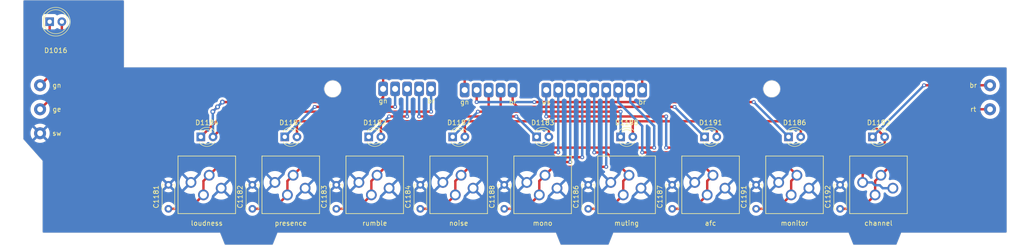
<source format=kicad_pcb>
(kicad_pcb (version 20221018) (generator pcbnew)
  (layers (0 "F.Cu" signal) (31 "B.Cu" signal) (34 "B.Paste" user) (35 "F.Paste" user) (36 "B.SilkS" user "B.Silkscreen") (37 "F.SilkS" user "F.Silkscreen") (38 "B.Mask" user) (39 "F.Mask" user) (44 "Edge.Cuts" user))
  (net 0 "")
  (net 1 "Net-(D1016-K)")
  (net 2 "Net-(D1016-A)")
  (net 3 "Net-(D1181-K)")
  (net 4 "+12V")
  (net 5 "GND")
  (net 6 "sw_loudness")
  (net 7 "sw_presence")
  (net 8 "sw_rumble")
  (net 9 "sw_noise")
  (net 10 "sw_muting")
  (net 11 "sw_afc")
  (net 12 "sw_mono")
  (net 13 "sw_monitor")
  (net 14 "sw_fm_channel")
  (net 15 "Net-(D1182-K)")
  (net 16 "Net-(D1183-K)")
  (net 17 "Net-(D1184-K)")
  (net 18 "Net-(D1186-K)")
  (net 19 "Net-(D1187-K)")
  (net 20 "Net-(D1188-K)")
  (net 21 "Net-(D1191-K)")
  (net 22 "Net-(D1192-K)")
  (footprint "LED_THT:LED_D3.0mm" (layer "F.Cu") (at 57 47)
    (fp_text reference "D1184" (at 1.27 -2.96) (layer "F.SilkS"))
    (fp_text value "LED")
    (fp_line (start -0.29 -1.236) (end -0.29 -1.08) (stroke (width 0.12)) (layer "F.SilkS"))
    (fp_line (start -0.29 1.08) (end -0.29 1.236) (stroke (width 0.12)) (layer "F.SilkS"))
    (fp_arc (start -0.29 -1.235516) (mid 1.366487 -1.987659) (end 2.942335 -1.078608) (stroke (width 0.12)) (layer "F.SilkS"))
    (fp_arc (start 0.229039 -1.08) (mid 1.270117 -1.5) (end 2.31113 -1.079837) (stroke (width 0.12)) (layer "F.SilkS"))
    (fp_arc (start 2.31113 1.079837) (mid 1.270117 1.5) (end 0.229039 1.08) (stroke (width 0.12)) (layer "F.SilkS"))
    (fp_arc (start 2.942335 1.078608) (mid 1.366487 1.987659) (end -0.29 1.235516) (stroke (width 0.12)) (layer "F.SilkS"))
    (pad "1" thru_hole rect (at 0 0) (size 1.8 1.8) (drill 0.9) (layers "*.Cu" "*.Mask") (net 17 "Net-(D1184-K)"))
    (pad "2" thru_hole circle (at 2.54 0) (size 1.8 1.8) (drill 0.9) (layers "*.Cu" "*.Mask") (net 4 "+12V"))
  )
  (footprint "LEDs:LED_D5.0mm" (layer "F.Cu") (at 25.5 23)
    (fp_text reference "D1016" (at 1.27 6) (layer "F.SilkS"))
    (fp_text value "LED")
    (fp_line (start -1.29 -1.545) (end -1.29 1.545) (stroke (width 0.12)) (layer "F.SilkS"))
    (fp_arc (start -1.29 -1.54483) (mid 2.072002 -2.880433) (end 4.26 0.000462) (stroke (width 0.12)) (layer "F.SilkS"))
    (fp_arc (start 4.26 -0.000462) (mid 2.072002 2.880433) (end -1.29 1.54483) (stroke (width 0.12)) (layer "F.SilkS"))
    (fp_circle (center 1.27 0) (end 3.77 0) (stroke (width 0.12)) (fill none) (layer "F.SilkS"))
    (pad "1" thru_hole rect (at 0 0) (size 1.8 1.8) (drill 0.9) (layers "*.Cu" "*.Mask") (net 1 "Net-(D1016-K)"))
    (pad "2" thru_hole circle (at 2.54 0) (size 1.8 1.8) (drill 0.9) (layers "*.Cu" "*.Mask") (net 2 "Net-(D1016-A)"))
  )
  (footprint "LED_THT:LED_D3.0mm" (layer "F.Cu") (at 74.5 47)
    (fp_text reference "D1181" (at 1.27 -2.96) (layer "F.SilkS"))
    (fp_text value "LED")
    (fp_line (start -0.29 -1.236) (end -0.29 -1.08) (stroke (width 0.12)) (layer "F.SilkS"))
    (fp_line (start -0.29 1.08) (end -0.29 1.236) (stroke (width 0.12)) (layer "F.SilkS"))
    (fp_arc (start -0.29 -1.235516) (mid 1.366487 -1.987659) (end 2.942335 -1.078608) (stroke (width 0.12)) (layer "F.SilkS"))
    (fp_arc (start 0.229039 -1.08) (mid 1.270117 -1.5) (end 2.31113 -1.079837) (stroke (width 0.12)) (layer "F.SilkS"))
    (fp_arc (start 2.31113 1.079837) (mid 1.270117 1.5) (end 0.229039 1.08) (stroke (width 0.12)) (layer "F.SilkS"))
    (fp_arc (start 2.942335 1.078608) (mid 1.366487 1.987659) (end -0.29 1.235516) (stroke (width 0.12)) (layer "F.SilkS"))
    (pad "1" thru_hole rect (at 0 0) (size 1.8 1.8) (drill 0.9) (layers "*.Cu" "*.Mask") (net 3 "Net-(D1181-K)"))
    (pad "2" thru_hole circle (at 2.54 0) (size 1.8 1.8) (drill 0.9) (layers "*.Cu" "*.Mask") (net 4 "+12V"))
  )
  (footprint "LED_THT:LED_D3.0mm" (layer "F.Cu") (at 92 47)
    (fp_text reference "D1182" (at 1.27 -2.96) (layer "F.SilkS"))
    (fp_text value "LED")
    (fp_line (start -0.29 -1.236) (end -0.29 -1.08) (stroke (width 0.12)) (layer "F.SilkS"))
    (fp_line (start -0.29 1.08) (end -0.29 1.236) (stroke (width 0.12)) (layer "F.SilkS"))
    (fp_arc (start -0.29 -1.235516) (mid 1.366487 -1.987659) (end 2.942335 -1.078608) (stroke (width 0.12)) (layer "F.SilkS"))
    (fp_arc (start 0.229039 -1.08) (mid 1.270117 -1.5) (end 2.31113 -1.079837) (stroke (width 0.12)) (layer "F.SilkS"))
    (fp_arc (start 2.31113 1.079837) (mid 1.270117 1.5) (end 0.229039 1.08) (stroke (width 0.12)) (layer "F.SilkS"))
    (fp_arc (start 2.942335 1.078608) (mid 1.366487 1.987659) (end -0.29 1.235516) (stroke (width 0.12)) (layer "F.SilkS"))
    (pad "1" thru_hole rect (at 0 0) (size 1.8 1.8) (drill 0.9) (layers "*.Cu" "*.Mask") (net 15 "Net-(D1182-K)"))
    (pad "2" thru_hole circle (at 2.54 0) (size 1.8 1.8) (drill 0.9) (layers "*.Cu" "*.Mask") (net 4 "+12V"))
  )
  (footprint "LED_THT:LED_D3.0mm" (layer "F.Cu") (at 127 47)
    (fp_text reference "D1183" (at 1.27 -2.96) (layer "F.SilkS"))
    (fp_text value "LED")
    (fp_line (start -0.29 -1.236) (end -0.29 -1.08) (stroke (width 0.12)) (layer "F.SilkS"))
    (fp_line (start -0.29 1.08) (end -0.29 1.236) (stroke (width 0.12)) (layer "F.SilkS"))
    (fp_arc (start -0.29 -1.235516) (mid 1.366487 -1.987659) (end 2.942335 -1.078608) (stroke (width 0.12)) (layer "F.SilkS"))
    (fp_arc (start 0.229039 -1.08) (mid 1.270117 -1.5) (end 2.31113 -1.079837) (stroke (width 0.12)) (layer "F.SilkS"))
    (fp_arc (start 2.31113 1.079837) (mid 1.270117 1.5) (end 0.229039 1.08) (stroke (width 0.12)) (layer "F.SilkS"))
    (fp_arc (start 2.942335 1.078608) (mid 1.366487 1.987659) (end -0.29 1.235516) (stroke (width 0.12)) (layer "F.SilkS"))
    (pad "1" thru_hole rect (at 0 0) (size 1.8 1.8) (drill 0.9) (layers "*.Cu" "*.Mask") (net 16 "Net-(D1183-K)"))
    (pad "2" thru_hole circle (at 2.54 0) (size 1.8 1.8) (drill 0.9) (layers "*.Cu" "*.Mask") (net 4 "+12V"))
  )
  (footprint "LED_THT:LED_D3.0mm" (layer "F.Cu") (at 179.5 47)
    (fp_text reference "D1186" (at 1.27 -2.96) (layer "F.SilkS"))
    (fp_text value "LED")
    (fp_line (start -0.29 -1.236) (end -0.29 -1.08) (stroke (width 0.12)) (layer "F.SilkS"))
    (fp_line (start -0.29 1.08) (end -0.29 1.236) (stroke (width 0.12)) (layer "F.SilkS"))
    (fp_arc (start -0.29 -1.235516) (mid 1.366487 -1.987659) (end 2.942335 -1.078608) (stroke (width 0.12)) (layer "F.SilkS"))
    (fp_arc (start 0.229039 -1.08) (mid 1.270117 -1.5) (end 2.31113 -1.079837) (stroke (width 0.12)) (layer "F.SilkS"))
    (fp_arc (start 2.31113 1.079837) (mid 1.270117 1.5) (end 0.229039 1.08) (stroke (width 0.12)) (layer "F.SilkS"))
    (fp_arc (start 2.942335 1.078608) (mid 1.366487 1.987659) (end -0.29 1.235516) (stroke (width 0.12)) (layer "F.SilkS"))
    (pad "1" thru_hole rect (at 0 0) (size 1.8 1.8) (drill 0.9) (layers "*.Cu" "*.Mask") (net 18 "Net-(D1186-K)"))
    (pad "2" thru_hole circle (at 2.54 0) (size 1.8 1.8) (drill 0.9) (layers "*.Cu" "*.Mask") (net 4 "+12V"))
  )
  (footprint "LED_THT:LED_D3.0mm" (layer "F.Cu") (at 109.5 47)
    (fp_text reference "D1187" (at 1.27 -2.96) (layer "F.SilkS"))
    (fp_text value "LED")
    (fp_line (start -0.29 -1.236) (end -0.29 -1.08) (stroke (width 0.12)) (layer "F.SilkS"))
    (fp_line (start -0.29 1.08) (end -0.29 1.236) (stroke (width 0.12)) (layer "F.SilkS"))
    (fp_arc (start -0.29 -1.235516) (mid 1.366487 -1.987659) (end 2.942335 -1.078608) (stroke (width 0.12)) (layer "F.SilkS"))
    (fp_arc (start 0.229039 -1.08) (mid 1.270117 -1.5) (end 2.31113 -1.079837) (stroke (width 0.12)) (layer "F.SilkS"))
    (fp_arc (start 2.31113 1.079837) (mid 1.270117 1.5) (end 0.229039 1.08) (stroke (width 0.12)) (layer "F.SilkS"))
    (fp_arc (start 2.942335 1.078608) (mid 1.366487 1.987659) (end -0.29 1.235516) (stroke (width 0.12)) (layer "F.SilkS"))
    (pad "1" thru_hole rect (at 0 0) (size 1.8 1.8) (drill 0.9) (layers "*.Cu" "*.Mask") (net 19 "Net-(D1187-K)"))
    (pad "2" thru_hole circle (at 2.54 0) (size 1.8 1.8) (drill 0.9) (layers "*.Cu" "*.Mask") (net 4 "+12V"))
  )
  (footprint "LED_THT:LED_D3.0mm" (layer "F.Cu") (at 144.5 47)
    (fp_text reference "D1188" (at 1.27 -2.96) (layer "F.SilkS"))
    (fp_text value "LED")
    (fp_line (start -0.29 -1.236) (end -0.29 -1.08) (stroke (width 0.12)) (layer "F.SilkS"))
    (fp_line (start -0.29 1.08) (end -0.29 1.236) (stroke (width 0.12)) (layer "F.SilkS"))
    (fp_arc (start -0.29 -1.235516) (mid 1.366487 -1.987659) (end 2.942335 -1.078608) (stroke (width 0.12)) (layer "F.SilkS"))
    (fp_arc (start 0.229039 -1.08) (mid 1.270117 -1.5) (end 2.31113 -1.079837) (stroke (width 0.12)) (layer "F.SilkS"))
    (fp_arc (start 2.31113 1.079837) (mid 1.270117 1.5) (end 0.229039 1.08) (stroke (width 0.12)) (layer "F.SilkS"))
    (fp_arc (start 2.942335 1.078608) (mid 1.366487 1.987659) (end -0.29 1.235516) (stroke (width 0.12)) (layer "F.SilkS"))
    (pad "1" thru_hole rect (at 0 0) (size 1.8 1.8) (drill 0.9) (layers "*.Cu" "*.Mask") (net 20 "Net-(D1188-K)"))
    (pad "2" thru_hole circle (at 2.54 0) (size 1.8 1.8) (drill 0.9) (layers "*.Cu" "*.Mask") (net 4 "+12V"))
  )
  (footprint "LED_THT:LED_D3.0mm" (layer "F.Cu") (at 162 47)
    (fp_text reference "D1191" (at 1.27 -2.96) (layer "F.SilkS"))
    (fp_text value "LED")
    (fp_line (start -0.29 -1.236) (end -0.29 -1.08) (stroke (width 0.12)) (layer "F.SilkS"))
    (fp_line (start -0.29 1.08) (end -0.29 1.236) (stroke (width 0.12)) (layer "F.SilkS"))
    (fp_arc (start -0.29 -1.235516) (mid 1.366487 -1.987659) (end 2.942335 -1.078608) (stroke (width 0.12)) (layer "F.SilkS"))
    (fp_arc (start 0.229039 -1.08) (mid 1.270117 -1.5) (end 2.31113 -1.079837) (stroke (width 0.12)) (layer "F.SilkS"))
    (fp_arc (start 2.31113 1.079837) (mid 1.270117 1.5) (end 0.229039 1.08) (stroke (width 0.12)) (layer "F.SilkS"))
    (fp_arc (start 2.942335 1.078608) (mid 1.366487 1.987659) (end -0.29 1.235516) (stroke (width 0.12)) (layer "F.SilkS"))
    (pad "1" thru_hole rect (at 0 0) (size 1.8 1.8) (drill 0.9) (layers "*.Cu" "*.Mask") (net 21 "Net-(D1191-K)"))
    (pad "2" thru_hole circle (at 2.54 0) (size 1.8 1.8) (drill 0.9) (layers "*.Cu" "*.Mask") (net 4 "+12V"))
  )
  (footprint "LED_THT:LED_D3.0mm" (layer "F.Cu") (at 197 47)
    (fp_text reference "D1192" (at 1.27 -2.96) (layer "F.SilkS"))
    (fp_text value "LED")
    (fp_line (start -0.29 -1.236) (end -0.29 -1.08) (stroke (width 0.12)) (layer "F.SilkS"))
    (fp_line (start -0.29 1.08) (end -0.29 1.236) (stroke (width 0.12)) (layer "F.SilkS"))
    (fp_arc (start -0.29 -1.235516) (mid 1.366487 -1.987659) (end 2.942335 -1.078608) (stroke (width 0.12)) (layer "F.SilkS"))
    (fp_arc (start 0.229039 -1.08) (mid 1.270117 -1.5) (end 2.31113 -1.079837) (stroke (width 0.12)) (layer "F.SilkS"))
    (fp_arc (start 2.31113 1.079837) (mid 1.270117 1.5) (end 0.229039 1.08) (stroke (width 0.12)) (layer "F.SilkS"))
    (fp_arc (start 2.942335 1.078608) (mid 1.366487 1.987659) (end -0.29 1.235516) (stroke (width 0.12)) (layer "F.SilkS"))
    (pad "1" thru_hole rect (at 0 0) (size 1.8 1.8) (drill 0.9) (layers "*.Cu" "*.Mask") (net 22 "Net-(D1192-K)"))
    (pad "2" thru_hole circle (at 2.54 0) (size 1.8 1.8) (drill 0.9) (layers "*.Cu" "*.Mask") (net 4 "+12V"))
  )
  (footprint "Library:SW__PUSH_DPDT" (layer "F.Cu") (at 198.75 55)
    (fp_text reference "SW1032" hide)
    (fp_text value "SW_Push_Dual")
    (fp_line (start -6.5 -4) (end 5.5 -4) (stroke (width 0.15)) (layer "F.SilkS"))
    (fp_line (start -6.5 8) (end -6.5 -4) (stroke (width 0.15)) (layer "F.SilkS"))
    (fp_line (start 5.5 -4) (end 5.5 8) (stroke (width 0.15)) (layer "F.SilkS"))
    (fp_line (start 5.5 8) (end -6.5 8) (stroke (width 0.15)) (layer "F.SilkS"))
    (pad "1" thru_hole circle (at 0 0) (size 2.25 2.25) (drill 1.5) (layers "*.Cu" "B.Mask") (net 14 "sw_fm_channel") (clearance 0.65) (thermal_gap 1.25))
    (pad "2" thru_hole circle (at -3.8 1.5) (size 2.25 2.25) (drill 1.5) (layers "*.Cu" "B.Mask") (net 4 "+12V") (clearance 0.65) (thermal_gap 1.25))
    (pad "3" thru_hole circle (at -1.2 4.1) (size 2.25 2.25) (drill 1.5) (layers "*.Cu" "B.Mask") (net 14 "sw_fm_channel") (clearance 0.65) (thermal_gap 1.25))
    (pad "4" thru_hole circle (at 2.5 2.7) (size 2.25 2.25) (drill 1.5) (layers "*.Cu" "B.Mask") (net 4 "+12V") (clearance 0.65) (thermal_gap 1.25))
  )
  (footprint "Library:SW__PUSH_DPDT" (layer "F.Cu") (at 58.75 55)
    (fp_text reference "SW1181" hide)
    (fp_text value "SW_Push_Dual")
    (fp_line (start -6.5 -4) (end 5.5 -4) (stroke (width 0.15)) (layer "F.SilkS"))
    (fp_line (start -6.5 8) (end -6.5 -4) (stroke (width 0.15)) (layer "F.SilkS"))
    (fp_line (start 5.5 -4) (end 5.5 8) (stroke (width 0.15)) (layer "F.SilkS"))
    (fp_line (start 5.5 8) (end -6.5 8) (stroke (width 0.15)) (layer "F.SilkS"))
    (pad "1" thru_hole circle (at 0 0) (size 2.25 2.25) (drill 1.5) (layers "*.Cu" "B.Mask") (net 6 "sw_loudness") (clearance 0.65) (thermal_gap 1.25))
    (pad "2" thru_hole circle (at -3.8 1.5) (size 2.25 2.25) (drill 1.5) (layers "*.Cu" "B.Mask") (net 5 "GND") (clearance 0.65) (thermal_gap 1.25))
    (pad "3" thru_hole circle (at -1.2 4.1) (size 2.25 2.25) (drill 1.5) (layers "*.Cu" "B.Mask") (net 6 "sw_loudness") (clearance 0.65) (thermal_gap 1.25))
    (pad "4" thru_hole circle (at 2.5 2.7) (size 2.25 2.25) (drill 1.5) (layers "*.Cu" "B.Mask") (net 5 "GND") (clearance 0.65) (thermal_gap 1.25))
  )
  (footprint "Library:SW__PUSH_DPDT" (layer "F.Cu") (at 76.25 55)
    (fp_text reference "SW1182" hide)
    (fp_text value "SW_Push_Dual")
    (fp_line (start -6.5 -4) (end 5.5 -4) (stroke (width 0.15)) (layer "F.SilkS"))
    (fp_line (start -6.5 8) (end -6.5 -4) (stroke (width 0.15)) (layer "F.SilkS"))
    (fp_line (start 5.5 -4) (end 5.5 8) (stroke (width 0.15)) (layer "F.SilkS"))
    (fp_line (start 5.5 8) (end -6.5 8) (stroke (width 0.15)) (layer "F.SilkS"))
    (pad "1" thru_hole circle (at 0 0) (size 2.25 2.25) (drill 1.5) (layers "*.Cu" "B.Mask") (net 7 "sw_presence") (clearance 0.65) (thermal_gap 1.25))
    (pad "2" thru_hole circle (at -3.8 1.5) (size 2.25 2.25) (drill 1.5) (layers "*.Cu" "B.Mask") (net 5 "GND") (clearance 0.65) (thermal_gap 1.25))
    (pad "3" thru_hole circle (at -1.2 4.1) (size 2.25 2.25) (drill 1.5) (layers "*.Cu" "B.Mask") (net 7 "sw_presence") (clearance 0.65) (thermal_gap 1.25))
    (pad "4" thru_hole circle (at 2.5 2.7) (size 2.25 2.25) (drill 1.5) (layers "*.Cu" "B.Mask") (net 5 "GND") (clearance 0.65) (thermal_gap 1.25))
  )
  (footprint "Library:SW__PUSH_DPDT" (layer "F.Cu") (at 93.75 55)
    (fp_text reference "SW1183" hide)
    (fp_text value "SW_Push_Dual")
    (fp_line (start -6.5 -4) (end 5.5 -4) (stroke (width 0.15)) (layer "F.SilkS"))
    (fp_line (start -6.5 8) (end -6.5 -4) (stroke (width 0.15)) (layer "F.SilkS"))
    (fp_line (start 5.5 -4) (end 5.5 8) (stroke (width 0.15)) (layer "F.SilkS"))
    (fp_line (start 5.5 8) (end -6.5 8) (stroke (width 0.15)) (layer "F.SilkS"))
    (pad "1" thru_hole circle (at 0 0) (size 2.25 2.25) (drill 1.5) (layers "*.Cu" "B.Mask") (net 8 "sw_rumble") (clearance 0.65) (thermal_gap 1.25))
    (pad "2" thru_hole circle (at -3.8 1.5) (size 2.25 2.25) (drill 1.5) (layers "*.Cu" "B.Mask") (net 5 "GND") (clearance 0.65) (thermal_gap 1.25))
    (pad "3" thru_hole circle (at -1.2 4.1) (size 2.25 2.25) (drill 1.5) (layers "*.Cu" "B.Mask") (net 8 "sw_rumble") (clearance 0.65) (thermal_gap 1.25))
    (pad "4" thru_hole circle (at 2.5 2.7) (size 2.25 2.25) (drill 1.5) (layers "*.Cu" "B.Mask") (net 5 "GND") (clearance 0.65) (thermal_gap 1.25))
  )
  (footprint "Library:SW__PUSH_DPDT" (layer "F.Cu") (at 111.25 55)
    (fp_text reference "SW1184" hide)
    (fp_text value "SW_Push_Dual")
    (fp_line (start -6.5 -4) (end 5.5 -4) (stroke (width 0.15)) (layer "F.SilkS"))
    (fp_line (start -6.5 8) (end -6.5 -4) (stroke (width 0.15)) (layer "F.SilkS"))
    (fp_line (start 5.5 -4) (end 5.5 8) (stroke (width 0.15)) (layer "F.SilkS"))
    (fp_line (start 5.5 8) (end -6.5 8) (stroke (width 0.15)) (layer "F.SilkS"))
    (pad "1" thru_hole circle (at 0 0) (size 2.25 2.25) (drill 1.5) (layers "*.Cu" "B.Mask") (net 9 "sw_noise") (clearance 0.65) (thermal_gap 1.25))
    (pad "2" thru_hole circle (at -3.8 1.5) (size 2.25 2.25) (drill 1.5) (layers "*.Cu" "B.Mask") (net 5 "GND") (clearance 0.65) (thermal_gap 1.25))
    (pad "3" thru_hole circle (at -1.2 4.1) (size 2.25 2.25) (drill 1.5) (layers "*.Cu" "B.Mask") (net 9 "sw_noise") (clearance 0.65) (thermal_gap 1.25))
    (pad "4" thru_hole circle (at 2.5 2.7) (size 2.25 2.25) (drill 1.5) (layers "*.Cu" "B.Mask") (net 5 "GND") (clearance 0.65) (thermal_gap 1.25))
  )
  (footprint "Library:SW__PUSH_DPDT" (layer "F.Cu") (at 146.25 55)
    (fp_text reference "SW1186" hide)
    (fp_text value "SW_Push_Dual")
    (fp_line (start -6.5 -4) (end 5.5 -4) (stroke (width 0.15)) (layer "F.SilkS"))
    (fp_line (start -6.5 8) (end -6.5 -4) (stroke (width 0.15)) (layer "F.SilkS"))
    (fp_line (start 5.5 -4) (end 5.5 8) (stroke (width 0.15)) (layer "F.SilkS"))
    (fp_line (start 5.5 8) (end -6.5 8) (stroke (width 0.15)) (layer "F.SilkS"))
    (pad "1" thru_hole circle (at 0 0) (size 2.25 2.25) (drill 1.5) (layers "*.Cu" "B.Mask") (net 10 "sw_muting") (clearance 0.65) (thermal_gap 1.25))
    (pad "2" thru_hole circle (at -3.8 1.5) (size 2.25 2.25) (drill 1.5) (layers "*.Cu" "B.Mask") (net 5 "GND") (clearance 0.65) (thermal_gap 1.25))
    (pad "3" thru_hole circle (at -1.2 4.1) (size 2.25 2.25) (drill 1.5) (layers "*.Cu" "B.Mask") (net 10 "sw_muting") (clearance 0.65) (thermal_gap 1.25))
    (pad "4" thru_hole circle (at 2.5 2.7) (size 2.25 2.25) (drill 1.5) (layers "*.Cu" "B.Mask") (net 5 "GND") (clearance 0.65) (thermal_gap 1.25))
  )
  (footprint "Library:SW__PUSH_DPDT" (layer "F.Cu") (at 163.75 55)
    (fp_text reference "SW1187" hide)
    (fp_text value "SW_Push_Dual")
    (fp_line (start -6.5 -4) (end 5.5 -4) (stroke (width 0.15)) (layer "F.SilkS"))
    (fp_line (start -6.5 8) (end -6.5 -4) (stroke (width 0.15)) (layer "F.SilkS"))
    (fp_line (start 5.5 -4) (end 5.5 8) (stroke (width 0.15)) (layer "F.SilkS"))
    (fp_line (start 5.5 8) (end -6.5 8) (stroke (width 0.15)) (layer "F.SilkS"))
    (pad "1" thru_hole circle (at 0 0) (size 2.25 2.25) (drill 1.5) (layers "*.Cu" "B.Mask") (net 11 "sw_afc") (clearance 0.65) (thermal_gap 1.25))
    (pad "2" thru_hole circle (at -3.8 1.5) (size 2.25 2.25) (drill 1.5) (layers "*.Cu" "B.Mask") (net 5 "GND") (clearance 0.65) (thermal_gap 1.25))
    (pad "3" thru_hole circle (at -1.2 4.1) (size 2.25 2.25) (drill 1.5) (layers "*.Cu" "B.Mask") (net 11 "sw_afc") (clearance 0.65) (thermal_gap 1.25))
    (pad "4" thru_hole circle (at 2.5 2.7) (size 2.25 2.25) (drill 1.5) (layers "*.Cu" "B.Mask") (net 5 "GND") (clearance 0.65) (thermal_gap 1.25))
  )
  (footprint "Library:SW__PUSH_DPDT" (layer "F.Cu") (at 128.75 55)
    (fp_text reference "SW1188" hide)
    (fp_text value "SW_Push_Dual")
    (fp_line (start -6.5 -4) (end 5.5 -4) (stroke (width 0.15)) (layer "F.SilkS"))
    (fp_line (start -6.5 8) (end -6.5 -4) (stroke (width 0.15)) (layer "F.SilkS"))
    (fp_line (start 5.5 -4) (end 5.5 8) (stroke (width 0.15)) (layer "F.SilkS"))
    (fp_line (start 5.5 8) (end -6.5 8) (stroke (width 0.15)) (layer "F.SilkS"))
    (pad "1" thru_hole circle (at 0 0) (size 2.25 2.25) (drill 1.5) (layers "*.Cu" "B.Mask") (net 12 "sw_mono") (clearance 0.65) (thermal_gap 1.25))
    (pad "2" thru_hole circle (at -3.8 1.5) (size 2.25 2.25) (drill 1.5) (layers "*.Cu" "B.Mask") (net 5 "GND") (clearance 0.65) (thermal_gap 1.25))
    (pad "3" thru_hole circle (at -1.2 4.1) (size 2.25 2.25) (drill 1.5) (layers "*.Cu" "B.Mask") (net 12 "sw_mono") (clearance 0.65) (thermal_gap 1.25))
    (pad "4" thru_hole circle (at 2.5 2.7) (size 2.25 2.25) (drill 1.5) (layers "*.Cu" "B.Mask") (net 5 "GND") (clearance 0.65) (thermal_gap 1.25))
  )
  (footprint "Library:SW__PUSH_DPDT" (layer "F.Cu") (at 181.25 55)
    (fp_text reference "SW1191" hide)
    (fp_text value "SW_Push_Dual")
    (fp_line (start -6.5 -4) (end 5.5 -4) (stroke (width 0.15)) (layer "F.SilkS"))
    (fp_line (start -6.5 8) (end -6.5 -4) (stroke (width 0.15)) (layer "F.SilkS"))
    (fp_line (start 5.5 -4) (end 5.5 8) (stroke (width 0.15)) (layer "F.SilkS"))
    (fp_line (start 5.5 8) (end -6.5 8) (stroke (width 0.15)) (layer "F.SilkS"))
    (pad "1" thru_hole circle (at 0 0) (size 2.25 2.25) (drill 1.5) (layers "*.Cu" "B.Mask") (net 13 "sw_monitor") (clearance 0.65) (thermal_gap 1.25))
    (pad "2" thru_hole circle (at -3.8 1.5) (size 2.25 2.25) (drill 1.5) (layers "*.Cu" "B.Mask") (net 5 "GND") (clearance 0.65) (thermal_gap 1.25))
    (pad "3" thru_hole circle (at -1.2 4.1) (size 2.25 2.25) (drill 1.5) (layers "*.Cu" "B.Mask") (net 13 "sw_monitor") (clearance 0.65) (thermal_gap 1.25))
    (pad "4" thru_hole circle (at 2.5 2.7) (size 2.25 2.25) (drill 1.5) (layers "*.Cu" "B.Mask") (net 5 "GND") (clearance 0.65) (thermal_gap 1.25))
  )
  (footprint "Library:Conn_01x09" (layer "F.Cu") (at 129 37.25)
    (fp_text reference "J1" hide)
    (fp_text value "Conn_01x09_Female" hide)
    (fp_text user "br" (at 20 2.5 unlocked) (layer "F.SilkS"))
    (fp_text user "ws" (at 0 2.5 unlocked) (layer "F.SilkS"))
    (pad "1" thru_hole roundrect (at 0 0) (size 2 3) (drill 1.25) (layers "*.Cu" "*.Mask") (net 13 "sw_monitor"))
    (pad "2" thru_hole roundrect (at 2.5 0) (size 2 3) (drill 1.25) (layers "*.Cu" "*.Mask") (net 7 "sw_presence"))
    (pad "3" thru_hole roundrect (at 5 0) (size 2 3) (drill 1.25) (layers "*.Cu" "*.Mask") (net 9 "sw_noise"))
    (pad "4" thru_hole roundrect (at 7.5 0) (size 2 3) (drill 1.25) (layers "*.Cu" "*.Mask") (net 8 "sw_rumble"))
    (pad "5" thru_hole roundrect (at 10 0) (size 2 3) (drill 1.25) (layers "*.Cu" "*.Mask") (net 10 "sw_muting"))
    (pad "6" thru_hole roundrect (at 12.5 0) (size 2 3) (drill 1.25) (layers "*.Cu" "*.Mask") (net 12 "sw_mono"))
    (pad "7" thru_hole roundrect (at 15 0) (size 2 3) (drill 1.25) (layers "*.Cu" "*.Mask") (net 11 "sw_afc"))
    (pad "8" thru_hole roundrect (at 17.5 0) (size 2 3) (drill 1.25) (layers "*.Cu" "*.Mask") (net 6 "sw_loudness"))
    (pad "9" thru_hole roundrect (at 20 0) (size 2 3) (drill 1.25) (layers "*.Cu" "*.Mask") (net 4 "+12V"))
  )
  (footprint "Library:Conn_01x05" (layer "F.Cu") (at 112 37.25)
    (fp_text reference "J2" hide)
    (fp_text value "Conn_01x05_Female" hide)
    (fp_text user "br" (at 10 2.5 unlocked) (layer "F.SilkS"))
    (fp_text user "gn" (at 0 2.5 unlocked) (layer "F.SilkS"))
    (pad "1" thru_hole roundrect (at 0 0) (size 2 3) (drill 1.25) (layers "*.Cu" "*.Mask") (net 4 "+12V"))
    (pad "2" thru_hole roundrect (at 2.5 0) (size 2 3) (drill 1.25) (layers "*.Cu" "*.Mask") (net 18 "Net-(D1186-K)"))
    (pad "3" thru_hole roundrect (at 5 0) (size 2 3) (drill 1.25) (layers "*.Cu" "*.Mask") (net 19 "Net-(D1187-K)"))
    (pad "4" thru_hole roundrect (at 7.5 0) (size 2 3) (drill 1.25) (layers "*.Cu" "*.Mask") (net 20 "Net-(D1188-K)"))
    (pad "5" thru_hole roundrect (at 10 0) (size 2 3) (drill 1.25) (layers "*.Cu" "*.Mask") (net 21 "Net-(D1191-K)"))
  )
  (footprint "Library:Conn_01x05" (layer "F.Cu") (at 95 37)
    (fp_text reference "J3" hide)
    (fp_text value "Conn_01x05_Female" hide)
    (fp_text user "br" (at 10 2.5 unlocked) (layer "F.SilkS"))
    (fp_text user "gn" (at 0 2.5 unlocked) (layer "F.SilkS"))
    (pad "1" thru_hole roundrect (at 0 0) (size 2 3) (drill 1.25) (layers "*.Cu" "*.Mask") (net 4 "+12V"))
    (pad "2" thru_hole roundrect (at 2.5 0) (size 2 3) (drill 1.25) (layers "*.Cu" "*.Mask") (net 3 "Net-(D1181-K)"))
    (pad "3" thru_hole roundrect (at 5 0) (size 2 3) (drill 1.25) (layers "*.Cu" "*.Mask") (net 15 "Net-(D1182-K)"))
    (pad "4" thru_hole roundrect (at 7.5 0) (size 2 3) (drill 1.25) (layers "*.Cu" "*.Mask") (net 16 "Net-(D1183-K)"))
    (pad "5" thru_hole roundrect (at 10 0) (size 2 3) (drill 1.25) (layers "*.Cu" "*.Mask") (net 17 "Net-(D1184-K)"))
  )
  (footprint "Wire_Pads:SolderWirePad_single_1-5mmDrill" (layer "F.Cu") (at 23.5 46.25)
    (fp_text reference "J6" hide)
    (fp_text value "Conn_01x01_Female")
    (pad "1" thru_hole circle (at 0 0) (size 2.5 2.5) (drill 1.2) (layers "*.Cu" "*.Mask") (net 5 "GND"))
  )
  (footprint "Wire_Pads:SolderWirePad_single_1-5mmDrill" (layer "F.Cu") (at 221.5 36.25)
    (fp_text reference "J8" hide)
    (fp_text value "Conn_01x01_Female")
    (pad "1" thru_hole circle (at 0 0) (size 2.5 2.5) (drill 1.2) (layers "*.Cu" "*.Mask") (net 22 "Net-(D1192-K)"))
  )
  (footprint "Wire_Pads:SolderWirePad_single_1-5mmDrill" (layer "F.Cu") (at 23.5 41.25)
    (fp_text reference "J5" hide)
    (fp_text value "Conn_01x01_Female")
    (pad "1" thru_hole circle (at 0 0) (size 2.5 2.5) (drill 1.2) (layers "*.Cu" "*.Mask") (net 2 "Net-(D1016-A)"))
  )
  (footprint "Wire_Pads:SolderWirePad_single_1-5mmDrill" (layer "F.Cu") (at 23.5 36.25)
    (fp_text reference "J10" hide)
    (fp_text value "Conn_01x01_Female")
    (pad "1" thru_hole circle (at 0 0) (size 2.5 2.5) (drill 1.2) (layers "*.Cu" "*.Mask") (net 1 "Net-(D1016-K)"))
  )
  (footprint "Wire_Pads:SolderWirePad_single_1-5mmDrill" (layer "F.Cu") (at 221.5 41.25)
    (fp_text reference "J4" hide)
    (fp_text value "Conn_01x01_Female")
    (pad "1" thru_hole circle (at 0 0) (size 2.5 2.5) (drill 1.2) (layers "*.Cu" "*.Mask") (net 14 "sw_fm_channel"))
  )
  (footprint "Capacitors_THT:C_Disc_D5.0mm_W2.5mm_P5.00mm" (layer "F.Cu") (at 50.25 62 90)
    (fp_text reference "C1181" (at 2.5 -2.56 90) (layer "F.SilkS"))
    (fp_text value "4.7nF")
    (fp_line (start -0.06 -1.31) (end -0.06 -0.996) (stroke (width 0.12)) (layer "F.SilkS"))
    (fp_line (start -0.06 -1.31) (end 5.06 -1.31) (stroke (width 0.12)) (layer "F.SilkS"))
    (fp_line (start -0.06 0.996) (end -0.06 1.31) (stroke (width 0.12)) (layer "F.SilkS"))
    (fp_line (start -0.06 1.31) (end 5.06 1.31) (stroke (width 0.12)) (layer "F.SilkS"))
    (fp_line (start 5.06 -1.31) (end 5.06 -0.996) (stroke (width 0.12)) (layer "F.SilkS"))
    (fp_line (start 5.06 0.996) (end 5.06 1.31) (stroke (width 0.12)) (layer "F.SilkS"))
    (pad "1" thru_hole circle (at 0 0 90) (size 1.6 1.6) (drill 0.8) (layers "*.Cu" "*.Mask") (net 6 "sw_loudness"))
    (pad "2" thru_hole circle (at 5 0 90) (size 1.6 1.6) (drill 0.8) (layers "*.Cu" "*.Mask") (net 5 "GND"))
  )
  (footprint "Capacitors_THT:C_Disc_D5.0mm_W2.5mm_P5.00mm" (layer "F.Cu") (at 67.75 62 90)
    (fp_text reference "C1182" (at 2.5 -2.56 90) (layer "F.SilkS"))
    (fp_text value "4.7nF")
    (fp_line (start -0.06 -1.31) (end -0.06 -0.996) (stroke (width 0.12)) (layer "F.SilkS"))
    (fp_line (start -0.06 -1.31) (end 5.06 -1.31) (stroke (width 0.12)) (layer "F.SilkS"))
    (fp_line (start -0.06 0.996) (end -0.06 1.31) (stroke (width 0.12)) (layer "F.SilkS"))
    (fp_line (start -0.06 1.31) (end 5.06 1.31) (stroke (width 0.12)) (layer "F.SilkS"))
    (fp_line (start 5.06 -1.31) (end 5.06 -0.996) (stroke (width 0.12)) (layer "F.SilkS"))
    (fp_line (start 5.06 0.996) (end 5.06 1.31) (stroke (width 0.12)) (layer "F.SilkS"))
    (pad "1" thru_hole circle (at 0 0 90) (size 1.6 1.6) (drill 0.8) (layers "*.Cu" "*.Mask") (net 7 "sw_presence"))
    (pad "2" thru_hole circle (at 5 0 90) (size 1.6 1.6) (drill 0.8) (layers "*.Cu" "*.Mask") (net 5 "GND"))
  )
  (footprint "Capacitors_THT:C_Disc_D5.0mm_W2.5mm_P5.00mm" (layer "F.Cu") (at 85.25 62 90)
    (fp_text reference "C1183" (at 2.5 -2.56 90) (layer "F.SilkS"))
    (fp_text value "4.7nF")
    (fp_line (start -0.06 -1.31) (end -0.06 -0.996) (stroke (width 0.12)) (layer "F.SilkS"))
    (fp_line (start -0.06 -1.31) (end 5.06 -1.31) (stroke (width 0.12)) (layer "F.SilkS"))
    (fp_line (start -0.06 0.996) (end -0.06 1.31) (stroke (width 0.12)) (layer "F.SilkS"))
    (fp_line (start -0.06 1.31) (end 5.06 1.31) (stroke (width 0.12)) (layer "F.SilkS"))
    (fp_line (start 5.06 -1.31) (end 5.06 -0.996) (stroke (width 0.12)) (layer "F.SilkS"))
    (fp_line (start 5.06 0.996) (end 5.06 1.31) (stroke (width 0.12)) (layer "F.SilkS"))
    (pad "1" thru_hole circle (at 0 0 90) (size 1.6 1.6) (drill 0.8) (layers "*.Cu" "*.Mask") (net 8 "sw_rumble"))
    (pad "2" thru_hole circle (at 5 0 90) (size 1.6 1.6) (drill 0.8) (layers "*.Cu" "*.Mask") (net 5 "GND"))
  )
  (footprint "Capacitors_THT:C_Disc_D5.0mm_W2.5mm_P5.00mm" (layer "F.Cu") (at 102.75 62 90)
    (fp_text reference "C1184" (at 2.5 -2.56 90) (layer "F.SilkS"))
    (fp_text value "4.7nF")
    (fp_line (start -0.06 -1.31) (end -0.06 -0.996) (stroke (width 0.12)) (layer "F.SilkS"))
    (fp_line (start -0.06 -1.31) (end 5.06 -1.31) (stroke (width 0.12)) (layer "F.SilkS"))
    (fp_line (start -0.06 0.996) (end -0.06 1.31) (stroke (width 0.12)) (layer "F.SilkS"))
    (fp_line (start -0.06 1.31) (end 5.06 1.31) (stroke (width 0.12)) (layer "F.SilkS"))
    (fp_line (start 5.06 -1.31) (end 5.06 -0.996) (stroke (width 0.12)) (layer "F.SilkS"))
    (fp_line (start 5.06 0.996) (end 5.06 1.31) (stroke (width 0.12)) (layer "F.SilkS"))
    (pad "1" thru_hole circle (at 0 0 90) (size 1.6 1.6) (drill 0.8) (layers "*.Cu" "*.Mask") (net 9 "sw_noise"))
    (pad "2" thru_hole circle (at 5 0 90) (size 1.6 1.6) (drill 0.8) (layers "*.Cu" "*.Mask") (net 5 "GND"))
  )
  (footprint "Capacitors_THT:C_Disc_D5.0mm_W2.5mm_P5.00mm" (layer "F.Cu") (at 137.75 62 90)
    (fp_text reference "C1186" (at 2.5 -2.56 90) (layer "F.SilkS"))
    (fp_text value "4.7nF")
    (fp_line (start -0.06 -1.31) (end -0.06 -0.996) (stroke (width 0.12)) (layer "F.SilkS"))
    (fp_line (start -0.06 -1.31) (end 5.06 -1.31) (stroke (width 0.12)) (layer "F.SilkS"))
    (fp_line (start -0.06 0.996) (end -0.06 1.31) (stroke (width 0.12)) (layer "F.SilkS"))
    (fp_line (start -0.06 1.31) (end 5.06 1.31) (stroke (width 0.12)) (layer "F.SilkS"))
    (fp_line (start 5.06 -1.31) (end 5.06 -0.996) (stroke (width 0.12)) (layer "F.SilkS"))
    (fp_line (start 5.06 0.996) (end 5.06 1.31) (stroke (width 0.12)) (layer "F.SilkS"))
    (pad "1" thru_hole circle (at 0 0 90) (size 1.6 1.6) (drill 0.8) (layers "*.Cu" "*.Mask") (net 10 "sw_muting"))
    (pad "2" thru_hole circle (at 5 0 90) (size 1.6 1.6) (drill 0.8) (layers "*.Cu" "*.Mask") (net 5 "GND"))
  )
  (footprint "Capacitors_THT:C_Disc_D5.0mm_W2.5mm_P5.00mm" (layer "F.Cu") (at 155.25 62 90)
    (fp_text reference "C1187" (at 2.5 -2.56 90) (layer "F.SilkS"))
    (fp_text value "4.7nF")
    (fp_line (start -0.06 -1.31) (end -0.06 -0.996) (stroke (width 0.12)) (layer "F.SilkS"))
    (fp_line (start -0.06 -1.31) (end 5.06 -1.31) (stroke (width 0.12)) (layer "F.SilkS"))
    (fp_line (start -0.06 0.996) (end -0.06 1.31) (stroke (width 0.12)) (layer "F.SilkS"))
    (fp_line (start -0.06 1.31) (end 5.06 1.31) (stroke (width 0.12)) (layer "F.SilkS"))
    (fp_line (start 5.06 -1.31) (end 5.06 -0.996) (stroke (width 0.12)) (layer "F.SilkS"))
    (fp_line (start 5.06 0.996) (end 5.06 1.31) (stroke (width 0.12)) (layer "F.SilkS"))
    (pad "1" thru_hole circle (at 0 0 90) (size 1.6 1.6) (drill 0.8) (layers "*.Cu" "*.Mask") (net 11 "sw_afc"))
    (pad "2" thru_hole circle (at 5 0 90) (size 1.6 1.6) (drill 0.8) (layers "*.Cu" "*.Mask") (net 5 "GND"))
  )
  (footprint "Capacitors_THT:C_Disc_D5.0mm_W2.5mm_P5.00mm" (layer "F.Cu") (at 120.25 62 90)
    (fp_text reference "C1188" (at 2.5 -2.56 90) (layer "F.SilkS"))
    (fp_text value "4.7nF")
    (fp_line (start -0.06 -1.31) (end -0.06 -0.996) (stroke (width 0.12)) (layer "F.SilkS"))
    (fp_line (start -0.06 -1.31) (end 5.06 -1.31) (stroke (width 0.12)) (layer "F.SilkS"))
    (fp_line (start -0.06 0.996) (end -0.06 1.31) (stroke (width 0.12)) (layer "F.SilkS"))
    (fp_line (start -0.06 1.31) (end 5.06 1.31) (stroke (width 0.12)) (layer "F.SilkS"))
    (fp_line (start 5.06 -1.31) (end 5.06 -0.996) (stroke (width 0.12)) (layer "F.SilkS"))
    (fp_line (start 5.06 0.996) (end 5.06 1.31) (stroke (width 0.12)) (layer "F.SilkS"))
    (pad "1" thru_hole circle (at 0 0 90) (size 1.6 1.6) (drill 0.8) (layers "*.Cu" "*.Mask") (net 12 "sw_mono"))
    (pad "2" thru_hole circle (at 5 0 90) (size 1.6 1.6) (drill 0.8) (layers "*.Cu" "*.Mask") (net 5 "GND"))
  )
  (footprint "Capacitors_THT:C_Disc_D5.0mm_W2.5mm_P5.00mm" (layer "F.Cu") (at 172.75 62 90)
    (fp_text reference "C1191" (at 2.5 -2.56 90) (layer "F.SilkS"))
    (fp_text value "4.7nF")
    (fp_line (start -0.06 -1.31) (end -0.06 -0.996) (stroke (width 0.12)) (layer "F.SilkS"))
    (fp_line (start -0.06 -1.31) (end 5.06 -1.31) (stroke (width 0.12)) (layer "F.SilkS"))
    (fp_line (start -0.06 0.996) (end -0.06 1.31) (stroke (width 0.12)) (layer "F.SilkS"))
    (fp_line (start -0.06 1.31) (end 5.06 1.31) (stroke (width 0.12)) (layer "F.SilkS"))
    (fp_line (start 5.06 -1.31) (end 5.06 -0.996) (stroke (width 0.12)) (layer "F.SilkS"))
    (fp_line (start 5.06 0.996) (end 5.06 1.31) (stroke (width 0.12)) (layer "F.SilkS"))
    (pad "1" thru_hole circle (at 0 0 90) (size 1.6 1.6) (drill 0.8) (layers "*.Cu" "*.Mask") (net 13 "sw_monitor"))
    (pad "2" thru_hole circle (at 5 0 90) (size 1.6 1.6) (drill 0.8) (layers "*.Cu" "*.Mask") (net 5 "GND"))
  )
  (footprint "Capacitors_THT:C_Disc_D5.0mm_W2.5mm_P5.00mm" (layer "F.Cu") (at 190.25 62 90)
    (fp_text reference "C1192" (at 2.5 -2.56 90) (layer "F.SilkS"))
    (fp_text value "4.7nF")
    (fp_line (start -0.06 -1.31) (end -0.06 -0.996) (stroke (width 0.12)) (layer "F.SilkS"))
    (fp_line (start -0.06 -1.31) (end 5.06 -1.31) (stroke (width 0.12)) (layer "F.SilkS"))
    (fp_line (start -0.06 0.996) (end -0.06 1.31) (stroke (width 0.12)) (layer "F.SilkS"))
    (fp_line (start -0.06 1.31) (end 5.06 1.31) (stroke (width 0.12)) (layer "F.SilkS"))
    (fp_line (start 5.06 -1.31) (end 5.06 -0.996) (stroke (width 0.12)) (layer "F.SilkS"))
    (fp_line (start 5.06 0.996) (end 5.06 1.31) (stroke (width 0.12)) (layer "F.SilkS"))
    (pad "1" thru_hole circle (at 0 0 90) (size 1.6 1.6) (drill 0.8) (layers "*.Cu" "*.Mask") (net 14 "sw_fm_channel"))
    (pad "2" thru_hole circle (at 5 0 90) (size 1.6 1.6) (drill 0.8) (layers "*.Cu" "*.Mask") (net 5 "GND"))
  )
  (gr_line (start 59.5 41.75) (end 61.5 39.75) (stroke (width 0.5)) (layer "F.Cu"))
  (gr_line (start 20 47.5) (end 24 52) (stroke (width 0.05)) (layer "Edge.Cuts"))
  (gr_line (start 131 67) (end 73 67) (stroke (width 0.05)) (layer "Edge.Cuts"))
  (gr_line (start 41 32.5) (end 90 32.5) (stroke (width 0.05)) (layer "Edge.Cuts"))
  (gr_line (start 202 69.5) (end 193 69.5) (stroke (width 0.05)) (layer "Edge.Cuts"))
  (gr_line (start 142 69.5) (end 132 69.5) (stroke (width 0.05)) (layer "Edge.Cuts"))
  (gr_line (start 193 69.5) (end 192 67) (stroke (width 0.05)) (layer "Edge.Cuts"))
  (gr_line (start 192 67) (end 143 67) (stroke (width 0.05)) (layer "Edge.Cuts"))
  (gr_line (start 72 69.5) (end 73 67) (stroke (width 0.05)) (layer "Edge.Cuts"))
  (gr_circle (center 176 37) (end 177.75 37) (stroke (width 0.1)) (fill none) (layer "Edge.Cuts"))
  (gr_line (start 20 18.5) (end 20 47.5) (stroke (width 0.05)) (layer "Edge.Cuts"))
  (gr_line (start 62 69.5) (end 72 69.5) (stroke (width 0.05)) (layer "Edge.Cuts"))
  (gr_line (start 203 67) (end 202 69.5) (stroke (width 0.05)) (layer "Edge.Cuts"))
  (gr_line (start 41 18.5) (end 41 32.5) (stroke (width 0.05)) (layer "Edge.Cuts"))
  (gr_line (start 61 67) (end 62 69.5) (stroke (width 0.05)) (layer "Edge.Cuts"))
  (gr_circle (center 84.5 37) (end 86.25 37) (stroke (width 0.1)) (fill none) (layer "Edge.Cuts"))
  (gr_line (start 132 69.5) (end 131 67) (stroke (width 0.05)) (layer "Edge.Cuts"))
  (gr_line (start 225 32.5) (end 225 67) (stroke (width 0.05)) (layer "Edge.Cuts"))
  (gr_line (start 225 67) (end 203 67) (stroke (width 0.05)) (layer "Edge.Cuts"))
  (gr_line (start 20 18.5) (end 41 18.5) (stroke (width 0.05)) (layer "Edge.Cuts"))
  (gr_line (start 143 67) (end 142 69.5) (stroke (width 0.05)) (layer "Edge.Cuts"))
  (gr_line (start 24 67) (end 61 67) (stroke (width 0.05)) (layer "Edge.Cuts"))
  (gr_line (start 225 32.5) (end 90 32.5) (stroke (width 0.05)) (layer "Edge.Cuts"))
  (gr_line (start 24 52) (end 24 67) (stroke (width 0.05)) (layer "Edge.Cuts"))
  (gr_text "br" (at 218 36.25) (layer "F.SilkS") (effects (font (size 1 1))))
  (gr_text "ge" (at 27 41.25) (layer "F.SilkS") (effects (font (size 1 1))))
  (gr_text "rt" (at 218 41.25) (layer "F.SilkS") (effects (font (size 1 1))))
  (gr_text "mono" (at 128.25 65) (layer "F.SilkS") (effects (font (size 1 1))))
  (gr_text "loudness" (at 58.25 65) (layer "F.SilkS") (effects (font (size 1 1))))
  (gr_text "presence" (at 75.75 65) (layer "F.SilkS") (effects (font (size 1 1))))
  (gr_text "gn" (at 27 36.25) (layer "F.SilkS") (effects (font (size 1 1))))
  (gr_text "muting" (at 145.75 65) (layer "F.SilkS") (effects (font (size 1 1))))
  (gr_text "rumble" (at 93.25 65) (layer "F.SilkS") (effects (font (size 1 1))))
  (gr_text "noise" (at 110.75 65) (layer "F.SilkS") (effects (font (size 1 1))))
  (gr_text "channel" (at 198.25 65) (layer "F.SilkS") (effects (font (size 1 1))))
  (gr_text "sw" (at 27 46.25) (layer "F.SilkS") (effects (font (size 1 1))))
  (gr_text "afc" (at 163.25 65) (layer "F.SilkS") (effects (font (size 1 1))))
  (gr_text "monitor" (at 180.75 65) (layer "F.SilkS") (effects (font (size 1 1))))
  (segment (start 25.5 23) (end 25.5 34.25) (width 0.5) (layer "F.Cu") (net 1))
  (segment (start 25.5 34.25) (end 23.5 36.25) (width 0.5) (layer "F.Cu") (net 1))
  (segment (start 28.04 23) (end 28.04 36.71) (width 0.5) (layer "F.Cu") (net 2))
  (segment (start 28.04 36.71) (end 23.5 41.25) (width 0.5) (layer "F.Cu") (net 2))
  (segment (start 97.5 40.75) (end 80.75 40.75) (width 0.5) (layer "F.Cu") (net 3))
  (via (at 97.5 40.75) (size 0.8) (drill 0.4) (layers "F.Cu" "B.Cu") (net 3))
  (via (at 80.75 40.75) (size 0.8) (drill 0.4) (layers "F.Cu" "B.Cu") (net 3))
  (segment (start 74.5 47) (end 80.75 40.75) (width 0.5) (layer "B.Cu") (net 3))
  (segment (start 97.5 37) (end 97.5 40.75) (width 0.5) (layer "B.Cu") (net 3))
  (segment (start 95 38.75) (end 94 39.75) (width 0.5) (layer "F.Cu") (net 4))
  (segment (start 164.54 47) (end 164.54 43.79) (width 0.5) (layer "F.Cu") (net 4))
  (segment (start 182.04 43.79) (end 182 43.75) (width 0.5) (layer "F.Cu") (net 4))
  (segment (start 95 37) (end 95 34.75) (width 0.5) (layer "F.Cu") (net 4))
  (segment (start 149 34.75) (end 149 37.25) (width 0.5) (layer "F.Cu") (net 4))
  (segment (start 61.5 39.75) (end 62 39.75) (width 0.5) (layer "F.Cu") (net 4))
  (segment (start 147 43.75) (end 129.5 43.75) (width 0.5) (layer "F.Cu") (net 4))
  (segment (start 112.04 47) (end 112.04 43.79) (width 0.5) (layer "F.Cu") (net 4))
  (segment (start 164.54 43.79) (end 164.5 43.75) (width 0.5) (layer "F.Cu") (net 4))
  (segment (start 112.04 43.79) (end 112 43.75) (width 0.5) (layer "F.Cu") (net 4))
  (segment (start 94 39.75) (end 62 39.75) (width 0.5) (layer "F.Cu") (net 4))
  (segment (start 182.04 47) (end 182.04 43.79) (width 0.5) (layer "F.Cu") (net 4))
  (segment (start 129.54 47) (end 129.54 43.79) (width 0.5) (layer "F.Cu") (net 4))
  (segment (start 199.54 50.21) (end 194.95 54.8) (width 0.5) (layer "F.Cu") (net 4))
  (segment (start 77 43.75) (end 62.79 43.75) (width 0.5) (layer "F.Cu") (net 4))
  (segment (start 96 33.75) (end 112 33.75) (width 0.5) (layer "F.Cu") (net 4))
  (segment (start 94.54 43.79) (end 94.5 43.75) (width 0.5) (layer "F.Cu") (net 4))
  (segment (start 147.04 47) (end 147.04 43.79) (width 0.5) (layer "F.Cu") (net 4))
  (segment (start 196.29 43.75) (end 182 43.75) (width 0.5) (layer "F.Cu") (net 4))
  (segment (start 182 43.75) (end 164.5 43.75) (width 0.5) (layer "F.Cu") (net 4))
  (segment (start 164.5 43.75) (end 147 43.75) (width 0.5) (layer "F.Cu") (net 4))
  (segment (start 77.04 43.79) (end 77 43.75) (width 0.5) (layer "F.Cu") (net 4))
  (segment (start 199.54 47) (end 199.54 50.21) (width 0.5) (layer "F.Cu") (net 4))
  (segment (start 77.04 47) (end 77.04 43.79) (width 0.5) (layer "F.Cu") (net 4))
  (segment (start 129.54 43.79) (end 129.5 43.75) (width 0.5) (layer "F.Cu") (net 4))
  (segment (start 112 33.75) (end 148 33.75) (width 0.5) (layer "F.Cu") (net 4))
  (segment (start 94.5 43.75) (end 77 43.75) (width 0.5) (layer "F.Cu") (net 4))
  (segment (start 95 37) (end 95 38.75) (width 0.5) (layer "F.Cu") (net 4))
  (segment (start 94.54 47) (end 94.54 43.79) (width 0.5) (layer "F.Cu") (net 4))
  (segment (start 199.54 47) (end 196.29 43.75) (width 0.5) (layer "F.Cu") (net 4))
  (segment (start 129.5 43.75) (end 112 43.75) (width 0.5) (layer "F.Cu") (net 4))
  (segment (start 95 34.75) (end 96 33.75) (width 0.5) (layer "F.Cu") (net 4))
  (segment (start 147.04 43.79) (end 147 43.75) (width 0.5) (layer "F.Cu") (net 4))
  (segment (start 194.95 54.8) (end 194.95 56.5) (width 0.5) (layer "F.Cu") (net 4))
  (segment (start 62.79 43.75) (end 59.54 47) (width 0.5) (layer "F.Cu") (net 4))
  (segment (start 148 33.75) (end 149 34.75) (width 0.5) (layer "F.Cu") (net 4))
  (segment (start 112 43.75) (end 94.5 43.75) (width 0.5) (layer "F.Cu") (net 4))
  (segment (start 112 37.25) (end 112 33.75) (width 0.5) (layer "F.Cu") (net 4))
  (via (at 61.5 39.75) (size 1) (drill 0.5) (layers "F.Cu" "B.Cu") (net 4))
  (via (at 59.5 41.75) (size 1) (drill 0.5) (layers "F.Cu" "B.Cu") (net 4))
  (via (at 60.5 40.75) (size 1) (drill 0.5) (layers "F.Cu" "B.Cu") (net 4))
  (segment (start 199.125 57.7) (end 198.5 57.075) (width 0.5) (layer "B.Cu") (net 4))
  (segment (start 59.54 41.79) (end 59.5 41.75) (width 0.5) (layer "B.Cu") (net 4))
  (segment (start 59.5 41.75) (end 61.5 39.75) (width 0.5) (layer "B.Cu") (net 4))
  (segment (start 201.25 57.7) (end 199.125 57.7) (width 0.5) (layer "B.Cu") (net 4))
  (segment (start 194.95 56.5) (end 196.925 56.5) (width 0.5) (layer "B.Cu") (net 4))
  (segment (start 196.925 56.5) (end 197.5 57.075) (width 0.5) (layer "B.Cu") (net 4))
  (segment (start 59.54 43.79) (end 59.5 43.75) (width 0.5) (layer "B.Cu") (net 4))
  (segment (start 198.5 57.075) (end 197.5 57.075) (width 0.5) (layer "B.Cu") (net 4))
  (segment (start 59.54 47) (end 59.54 43.79) (width 0.5) (layer "B.Cu") (net 4))
  (segment (start 59.5 41.75) (end 59.5 43.75) (width 0.5) (layer "B.Cu") (net 4))
  (segment (start 128 49.25) (end 151.5 49.25) (width 0.5) (layer "F.Cu") (net 6))
  (segment (start 64.5 49.25) (end 115.5 49.25) (width 0.5) (layer "F.Cu") (net 6))
  (segment (start 54.65 62) (end 57.55 59.1) (width 0.5) (layer "F.Cu") (net 6))
  (segment (start 58.75 55) (end 64.5 49.25) (width 0.5) (layer "F.Cu") (net 6))
  (segment (start 57.55 59.1) (end 57.55 56.2) (width 0.5) (layer "F.Cu") (net 6))
  (segment (start 115.5 49.25) (end 128 49.25) (width 0.5) (layer "F.Cu") (net 6))
  (segment (start 50.25 62) (end 54.65 62) (width 0.5) (layer "F.Cu") (net 6))
  (segment (start 57.55 56.2) (end 58.75 55) (width 0.5) (layer "F.Cu") (net 6))
  (via (at 151.5 49.25) (size 0.8) (drill 0.4) (layers "F.Cu" "B.Cu") (net 6))
  (segment (start 151.5 45.25) (end 151.5 49.25) (width 0.5) (layer "B.Cu") (net 6))
  (segment (start 151.5 44.75) (end 151.5 45.25) (width 0.5) (layer "B.Cu") (net 6))
  (segment (start 146.5 37.25) (end 146.5 39.75) (width 0.5) (layer "B.Cu") (net 6))
  (segment (start 146.5 39.75) (end 151.5 44.75) (width 0.5) (layer "B.Cu") (net 6))
  (segment (start 76.25 55) (end 81 50.25) (width 0.5) (layer "F.Cu") (net 7))
  (segment (start 128.5 50.25) (end 131.5 50.25) (width 0.5) (layer "F.Cu") (net 7))
  (segment (start 81 50.25) (end 128.5 50.25) (width 0.5) (layer "F.Cu") (net 7))
  (segment (start 75.05 56.2) (end 76.25 55) (width 0.5) (layer "F.Cu") (net 7))
  (segment (start 72.15 62) (end 75.05 59.1) (width 0.5) (layer "F.Cu") (net 7))
  (segment (start 67.75 62) (end 72.15 62) (width 0.5) (layer "F.Cu") (net 7))
  (segment (start 75.05 59.1) (end 75.05 56.2) (width 0.5) (layer "F.Cu") (net 7))
  (via (at 131.5 50.25) (size 0.8) (drill 0.4) (layers "F.Cu" "B.Cu") (net 7))
  (segment (start 131.5 50.25) (end 131.5 37.25) (width 0.5) (layer "B.Cu") (net 7))
  (segment (start 85.25 62) (end 89.65 62) (width 0.5) (layer "F.Cu") (net 8))
  (segment (start 92.55 56.2) (end 93.75 55) (width 0.5) (layer "F.Cu") (net 8))
  (segment (start 89.65 62) (end 92.55 59.1) (width 0.5) (layer "F.Cu") (net 8))
  (segment (start 92.55 59.1) (end 92.55 56.2) (width 0.5) (layer "F.Cu") (net 8))
  (segment (start 129 51.25) (end 136.5 51.25) (width 0.5) (layer "F.Cu") (net 8))
  (segment (start 97.5 51.25) (end 93.75 55) (width 0.5) (layer "F.Cu") (net 8))
  (segment (start 129 51.25) (end 97.5 51.25) (width 0.5) (layer "F.Cu") (net 8))
  (via (at 136.5 51.25) (size 0.8) (drill 0.4) (layers "F.Cu" "B.Cu") (net 8))
  (segment (start 136.5 51.25) (end 136.5 37.25) (width 0.5) (layer "B.Cu") (net 8))
  (segment (start 102.75 62) (end 107.15 62) (width 0.5) (layer "F.Cu") (net 9))
  (segment (start 114 52.25) (end 129.25 52.25) (width 0.5) (layer "F.Cu") (net 9))
  (segment (start 114 52.25) (end 111.25 55) (width 0.5) (layer "F.Cu") (net 9))
  (segment (start 107.15 62) (end 110.05 59.1) (width 0.5) (layer "F.Cu") (net 9))
  (segment (start 110.05 59.1) (end 110.05 56.2) (width 0.5) (layer "F.Cu") (net 9))
  (segment (start 129.25 52.25) (end 134 52.25) (width 0.5) (layer "F.Cu") (net 9))
  (segment (start 110.05 56.2) (end 111.25 55) (width 0.5) (layer "F.Cu") (net 9))
  (via (at 134 52.25) (size 0.8) (drill 0.4) (layers "F.Cu" "B.Cu") (net 9))
  (segment (start 134 52.25) (end 134 37.25) (width 0.5) (layer "B.Cu") (net 9))
  (segment (start 141.5 50.25) (end 139 50.25) (width 0.5) (layer "F.Cu") (net 10))
  (segment (start 137.75 62) (end 142.15 62) (width 0.5) (layer "F.Cu") (net 10))
  (segment (start 142.15 62) (end 145.05 59.1) (width 0.5) (layer "F.Cu") (net 10))
  (segment (start 146.25 55) (end 141.5 50.25) (width 0.5) (layer "F.Cu") (net 10))
  (segment (start 145.05 56.2) (end 146.25 55) (width 0.5) (layer "F.Cu") (net 10))
  (segment (start 145.05 59.1) (end 145.05 56.2) (width 0.5) (layer "F.Cu") (net 10))
  (via (at 139 50.25) (size 0.8) (drill 0.4) (layers "F.Cu" "B.Cu") (net 10))
  (segment (start 139 50.25) (end 139 37.25) (width 0.5) (layer "B.Cu") (net 10))
  (segment (start 155.25 62) (end 159.65 62) (width 0.5) (layer "F.Cu") (net 11))
  (segment (start 162.55 59.1) (end 162.55 56.2) (width 0.5) (layer "F.Cu") (net 11))
  (segment (start 163.75 55) (end 159 50.25) (width 0.5) (layer "F.Cu") (net 11))
  (segment (start 159 50.25) (end 149 50.25) (width 0.5) (layer "F.Cu") (net 11))
  (segment (start 159.65 62) (end 162.55 59.1) (width 0.5) (layer "F.Cu") (net 11))
  (segment (start 162.55 56.2) (end 163.75 55) (width 0.5) (layer "F.Cu") (net 11))
  (via (at 149 50.25) (size 0.8) (drill 0.4) (layers "F.Cu" "B.Cu") (net 11))
  (segment (start 149 50.25) (end 149 44.75) (width 0.5) (layer "B.Cu") (net 11))
  (segment (start 144 39.75) (end 149 44.75) (width 0.5) (layer "B.Cu") (net 11))
  (segment (start 144 37.25) (end 144 39.75) (width 0.5) (layer "B.Cu") (net 11))
  (segment (start 128.75 55) (end 130.5 53.25) (width 0.5) (layer "F.Cu") (net 12))
  (segment (start 124.65 62) (end 127.55 59.1) (width 0.5) (layer "F.Cu") (net 12))
  (segment (start 120.25 62) (end 124.65 62) (width 0.5) (layer "F.Cu") (net 12))
  (segment (start 127.55 56.2) (end 128.75 55) (width 0.5) (layer "F.Cu") (net 12))
  (segment (start 130.5 53.25) (end 141.5 53.25) (width 0.5) (layer "F.Cu") (net 12))
  (segment (start 127.55 59.1) (end 127.55 56.2) (width 0.5) (layer "F.Cu") (net 12))
  (via (at 141.5 53.25) (size 0.8) (drill 0.4) (layers "F.Cu" "B.Cu") (net 12))
  (segment (start 141.5 53.25) (end 141.5 37.25) (width 0.5) (layer "B.Cu") (net 12))
  (segment (start 175.5 49.25) (end 174 49.25) (width 0.5) (layer "F.Cu") (net 13))
  (segment (start 181.25 55) (end 175.5 49.25) (width 0.5) (layer "F.Cu") (net 13))
  (segment (start 129 42.75) (end 154 42.75) (width 0.5) (layer "F.Cu") (net 13))
  (segment (start 180.05 56.2) (end 181.25 55) (width 0.5) (layer "F.Cu") (net 13))
  (segment (start 156.5 49.25) (end 154 49.25) (width 0.5) (layer "F.Cu") (net 13))
  (segment (start 174 49.25) (end 156.5 49.25) (width 0.5) (layer "F.Cu") (net 13))
  (segment (start 172.75 62) (end 177.15 62) (width 0.5) (layer "F.Cu") (net 13))
  (segment (start 180.05 59.1) (end 180.05 56.2) (width 0.5) (layer "F.Cu") (net 13))
  (segment (start 177.15 62) (end 180.05 59.1) (width 0.5) (layer "F.Cu") (net 13))
  (via (at 154 49.25) (size 0.8) (drill 0.4) (layers "F.Cu" "B.Cu") (net 13))
  (via (at 154 42.75) (size 0.8) (drill 0.4) (layers "F.Cu" "B.Cu") (net 13))
  (via (at 129 42.75) (size 0.8) (drill 0.4) (layers "F.Cu" "B.Cu") (net 13))
  (segment (start 154 49.25) (end 154 42.75) (width 0.5) (layer "B.Cu") (net 13))
  (segment (start 129 42.75) (end 129 37.25) (width 0.5) (layer "B.Cu") (net 13))
  (segment (start 197.55 59.1) (end 197.55 56.2) (width 0.5) (layer "F.Cu") (net 14))
  (segment (start 194.65 62) (end 197.55 59.1) (width 0.5) (layer "F.Cu") (net 14))
  (segment (start 212.5 41.25) (end 198.75 55) (width 0.5) (layer "F.Cu") (net 14))
  (segment (start 221.5 41.25) (end 212.5 41.25) (width 0.5) (layer "F.Cu") (net 14))
  (segment (start 190.25 62) (end 194.65 62) (width 0.5) (layer "F.Cu") (net 14))
  (segment (start 197.55 56.2) (end 198.75 55) (width 0.5) (layer "F.Cu") (net 14))
  (segment (start 96.25 42.75) (end 100 42.75) (width 0.5) (layer "F.Cu") (net 15))
  (via (at 96.25 42.75) (size 0.8) (drill 0.4) (layers "F.Cu" "B.Cu") (net 15))
  (via (at 100 42.75) (size 0.8) (drill 0.4) (layers "F.Cu" "B.Cu") (net 15))
  (segment (start 100 42.75) (end 100 37) (width 0.5) (layer "B.Cu") (net 15))
  (segment (start 92 47) (end 96.25 42.75) (width 0.5) (layer "B.Cu") (net 15))
  (segment (start 122.75 42.75) (end 102.5 42.75) (width 0.5) (layer "F.Cu") (net 16))
  (via (at 122.75 42.75) (size 0.8) (drill 0.4) (layers "F.Cu" "B.Cu") (net 16))
  (via (at 102.5 42.75) (size 0.8) (drill 0.4) (layers "F.Cu" "B.Cu") (net 16))
  (segment (start 102.5 37) (end 102.5 42.75) (width 0.5) (layer "B.Cu") (net 16))
  (segment (start 127 47) (end 122.75 42.75) (width 0.5) (layer "B.Cu") (net 16))
  (segment (start 57 47) (end 60.875 43.125) (width 0.5) (layer "F.Cu") (net 17))
  (segment (start 105 41.75) (end 62.25 41.75) (width 0.5) (layer "F.Cu") (net 17))
  (segment (start 62.25 41.75) (end 60.875 43.125) (width 0.5) (layer "F.Cu") (net 17))
  (via (at 105 41.75) (size 0.8) (drill 0.4) (layers "F.Cu" "B.Cu") (net 17))
  (segment (start 105 37) (end 105 41.75) (width 0.5) (layer "B.Cu") (net 17))
  (segment (start 156 39.75) (end 126.5 39.75) (width 0.5) (layer "F.Cu") (net 18))
  (segment (start 167.5 39.75) (end 156 39.75) (width 0.5) (layer "F.Cu") (net 18))
  (segment (start 114.5 37.25) (end 114.5 39.75) (width 0.5) (layer "F.Cu") (net 18))
  (segment (start 172.25 39.75) (end 167.5 39.75) (width 0.5) (layer "F.Cu") (net 18))
  (via (at 114.5 39.75) (size 0.8) (drill 0.4) (layers "F.Cu" "B.Cu") (net 18))
  (via (at 172.25 39.75) (size 0.8) (drill 0.4) (layers "F.Cu" "B.Cu") (net 18))
  (via (at 126.5 39.75) (size 0.8) (drill 0.4) (layers "F.Cu" "B.Cu") (net 18))
  (segment (start 117.25 39.75) (end 114.5 39.75) (width 0.5) (layer "B.Cu") (net 18))
  (segment (start 126.5 39.75) (end 117.25 39.75) (width 0.5) (layer "B.Cu") (net 18))
  (segment (start 179.5 47) (end 172.25 39.75) (width 0.5) (layer "B.Cu") (net 18))
  (segment (start 116 41.75) (end 114.75 41.75) (width 0.5) (layer "F.Cu") (net 19))
  (segment (start 117 37.25) (end 117 40.75) (width 0.5) (layer "F.Cu") (net 19))
  (segment (start 117 40.75) (end 116 41.75) (width 0.5) (layer "F.Cu") (net 19))
  (via (at 114.75 41.75) (size 0.8) (drill 0.4) (layers "F.Cu" "B.Cu") (net 19))
  (segment (start 109.5 47) (end 114.75 41.75) (width 0.5) (layer "B.Cu") (net 19))
  (segment (start 123.5 41.75) (end 144.5 41.75) (width 0.5) (layer "F.Cu") (net 20))
  (segment (start 120.5 41.75) (end 123.5 41.75) (width 0.5) (layer "F.Cu") (net 20))
  (segment (start 119.5 40.75) (end 120.5 41.75) (width 0.5) (layer "F.Cu") (net 20))
  (segment (start 119.5 40.75) (end 119.5 37.25) (width 0.5) (layer "F.Cu") (net 20))
  (via (at 144.5 41.75) (size 0.8) (drill 0.4) (layers "F.Cu" "B.Cu") (net 20))
  (segment (start 144.5 47) (end 144.5 41.75) (width 0.5) (layer "B.Cu") (net 20))
  (segment (start 122 39.75) (end 123 40.75) (width 0.5) (layer "F.Cu") (net 21))
  (segment (start 123 40.75) (end 155.75 40.75) (width 0.5) (layer "F.Cu") (net 21))
  (segment (start 122 37.25) (end 122 39.75) (width 0.5) (layer "F.Cu") (net 21))
  (via (at 155.75 40.75) (size 0.8) (drill 0.4) (layers "F.Cu" "B.Cu") (net 21))
  (segment (start 162 47) (end 155.75 40.75) (width 0.5) (layer "B.Cu") (net 21))
  (segment (start 207.75 36.25) (end 221.5 36.25) (width 0.5) (layer "F.Cu") (net 22))
  (via (at 207.75 36.25) (size 0.8) (drill 0.4) (layers "F.Cu" "B.Cu") (net 22))
  (segment (start 197 47) (end 207.75 36.25) (width 0.5) (layer "B.Cu") (net 22))
  (zone (net 5) (net_name "GND") (layer "B.Cu") (connect_pads (clearance 0.5)) (min_thickness 0.5) (fill yes (thermal_gap 0.75) (thermal_bridge_width 0.55))
    (polygon (pts (xy 225 69.5) (xy 20 69.5) (xy 20 18.5) (xy 225 18.5)))
  )
)
</source>
